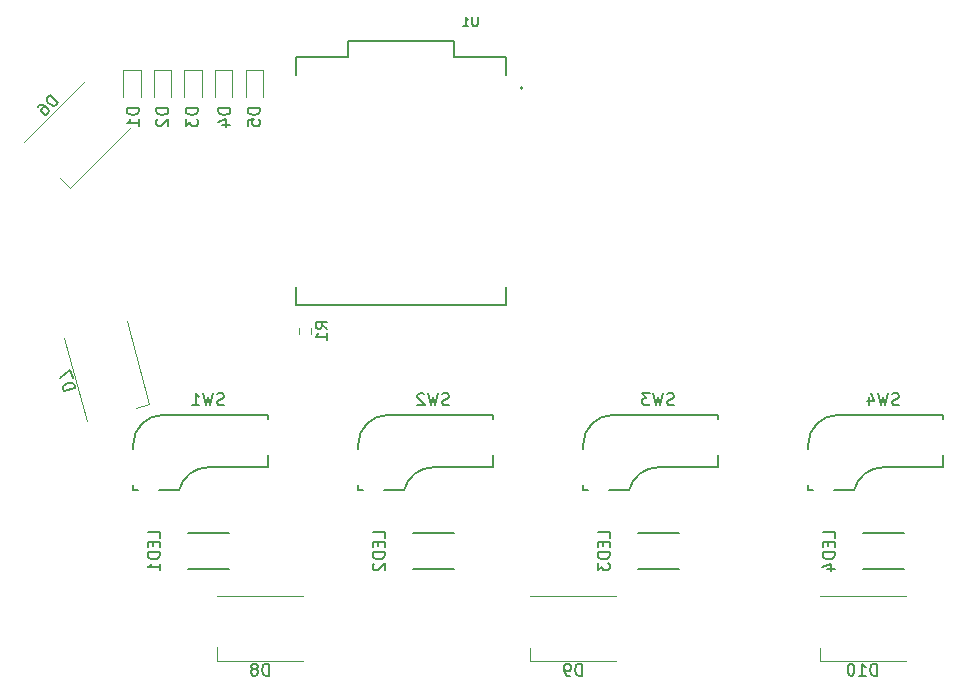
<source format=gbr>
%TF.GenerationSoftware,KiCad,Pcbnew,7.0.10*%
%TF.CreationDate,2026-02-14T23:10:39-08:00*%
%TF.ProjectId,4kemp,346b656d-702e-46b6-9963-61645f706362,rev?*%
%TF.SameCoordinates,Original*%
%TF.FileFunction,Legend,Bot*%
%TF.FilePolarity,Positive*%
%FSLAX46Y46*%
G04 Gerber Fmt 4.6, Leading zero omitted, Abs format (unit mm)*
G04 Created by KiCad (PCBNEW 7.0.10) date 2026-02-14 23:10:39*
%MOMM*%
%LPD*%
G01*
G04 APERTURE LIST*
%ADD10C,0.150000*%
%ADD11C,0.120000*%
%ADD12C,0.152400*%
%ADD13C,0.127000*%
%ADD14C,0.200000*%
G04 APERTURE END LIST*
D10*
X68924432Y-68511500D02*
X68781575Y-68559119D01*
X68781575Y-68559119D02*
X68543480Y-68559119D01*
X68543480Y-68559119D02*
X68448242Y-68511500D01*
X68448242Y-68511500D02*
X68400623Y-68463880D01*
X68400623Y-68463880D02*
X68353004Y-68368642D01*
X68353004Y-68368642D02*
X68353004Y-68273404D01*
X68353004Y-68273404D02*
X68400623Y-68178166D01*
X68400623Y-68178166D02*
X68448242Y-68130547D01*
X68448242Y-68130547D02*
X68543480Y-68082928D01*
X68543480Y-68082928D02*
X68733956Y-68035309D01*
X68733956Y-68035309D02*
X68829194Y-67987690D01*
X68829194Y-67987690D02*
X68876813Y-67940071D01*
X68876813Y-67940071D02*
X68924432Y-67844833D01*
X68924432Y-67844833D02*
X68924432Y-67749595D01*
X68924432Y-67749595D02*
X68876813Y-67654357D01*
X68876813Y-67654357D02*
X68829194Y-67606738D01*
X68829194Y-67606738D02*
X68733956Y-67559119D01*
X68733956Y-67559119D02*
X68495861Y-67559119D01*
X68495861Y-67559119D02*
X68353004Y-67606738D01*
X68019670Y-67559119D02*
X67781575Y-68559119D01*
X67781575Y-68559119D02*
X67591099Y-67844833D01*
X67591099Y-67844833D02*
X67400623Y-68559119D01*
X67400623Y-68559119D02*
X67162528Y-67559119D01*
X66829194Y-67654357D02*
X66781575Y-67606738D01*
X66781575Y-67606738D02*
X66686337Y-67559119D01*
X66686337Y-67559119D02*
X66448242Y-67559119D01*
X66448242Y-67559119D02*
X66353004Y-67606738D01*
X66353004Y-67606738D02*
X66305385Y-67654357D01*
X66305385Y-67654357D02*
X66257766Y-67749595D01*
X66257766Y-67749595D02*
X66257766Y-67844833D01*
X66257766Y-67844833D02*
X66305385Y-67987690D01*
X66305385Y-67987690D02*
X66876813Y-68559119D01*
X66876813Y-68559119D02*
X66257766Y-68559119D01*
X87974432Y-68511500D02*
X87831575Y-68559119D01*
X87831575Y-68559119D02*
X87593480Y-68559119D01*
X87593480Y-68559119D02*
X87498242Y-68511500D01*
X87498242Y-68511500D02*
X87450623Y-68463880D01*
X87450623Y-68463880D02*
X87403004Y-68368642D01*
X87403004Y-68368642D02*
X87403004Y-68273404D01*
X87403004Y-68273404D02*
X87450623Y-68178166D01*
X87450623Y-68178166D02*
X87498242Y-68130547D01*
X87498242Y-68130547D02*
X87593480Y-68082928D01*
X87593480Y-68082928D02*
X87783956Y-68035309D01*
X87783956Y-68035309D02*
X87879194Y-67987690D01*
X87879194Y-67987690D02*
X87926813Y-67940071D01*
X87926813Y-67940071D02*
X87974432Y-67844833D01*
X87974432Y-67844833D02*
X87974432Y-67749595D01*
X87974432Y-67749595D02*
X87926813Y-67654357D01*
X87926813Y-67654357D02*
X87879194Y-67606738D01*
X87879194Y-67606738D02*
X87783956Y-67559119D01*
X87783956Y-67559119D02*
X87545861Y-67559119D01*
X87545861Y-67559119D02*
X87403004Y-67606738D01*
X87069670Y-67559119D02*
X86831575Y-68559119D01*
X86831575Y-68559119D02*
X86641099Y-67844833D01*
X86641099Y-67844833D02*
X86450623Y-68559119D01*
X86450623Y-68559119D02*
X86212528Y-67559119D01*
X85926813Y-67559119D02*
X85307766Y-67559119D01*
X85307766Y-67559119D02*
X85641099Y-67940071D01*
X85641099Y-67940071D02*
X85498242Y-67940071D01*
X85498242Y-67940071D02*
X85403004Y-67987690D01*
X85403004Y-67987690D02*
X85355385Y-68035309D01*
X85355385Y-68035309D02*
X85307766Y-68130547D01*
X85307766Y-68130547D02*
X85307766Y-68368642D01*
X85307766Y-68368642D02*
X85355385Y-68463880D01*
X85355385Y-68463880D02*
X85403004Y-68511500D01*
X85403004Y-68511500D02*
X85498242Y-68559119D01*
X85498242Y-68559119D02*
X85783956Y-68559119D01*
X85783956Y-68559119D02*
X85879194Y-68511500D01*
X85879194Y-68511500D02*
X85926813Y-68463880D01*
X107024432Y-68511500D02*
X106881575Y-68559119D01*
X106881575Y-68559119D02*
X106643480Y-68559119D01*
X106643480Y-68559119D02*
X106548242Y-68511500D01*
X106548242Y-68511500D02*
X106500623Y-68463880D01*
X106500623Y-68463880D02*
X106453004Y-68368642D01*
X106453004Y-68368642D02*
X106453004Y-68273404D01*
X106453004Y-68273404D02*
X106500623Y-68178166D01*
X106500623Y-68178166D02*
X106548242Y-68130547D01*
X106548242Y-68130547D02*
X106643480Y-68082928D01*
X106643480Y-68082928D02*
X106833956Y-68035309D01*
X106833956Y-68035309D02*
X106929194Y-67987690D01*
X106929194Y-67987690D02*
X106976813Y-67940071D01*
X106976813Y-67940071D02*
X107024432Y-67844833D01*
X107024432Y-67844833D02*
X107024432Y-67749595D01*
X107024432Y-67749595D02*
X106976813Y-67654357D01*
X106976813Y-67654357D02*
X106929194Y-67606738D01*
X106929194Y-67606738D02*
X106833956Y-67559119D01*
X106833956Y-67559119D02*
X106595861Y-67559119D01*
X106595861Y-67559119D02*
X106453004Y-67606738D01*
X106119670Y-67559119D02*
X105881575Y-68559119D01*
X105881575Y-68559119D02*
X105691099Y-67844833D01*
X105691099Y-67844833D02*
X105500623Y-68559119D01*
X105500623Y-68559119D02*
X105262528Y-67559119D01*
X104453004Y-67892452D02*
X104453004Y-68559119D01*
X104691099Y-67511500D02*
X104929194Y-68225785D01*
X104929194Y-68225785D02*
X104310147Y-68225785D01*
X49874432Y-68511500D02*
X49731575Y-68559119D01*
X49731575Y-68559119D02*
X49493480Y-68559119D01*
X49493480Y-68559119D02*
X49398242Y-68511500D01*
X49398242Y-68511500D02*
X49350623Y-68463880D01*
X49350623Y-68463880D02*
X49303004Y-68368642D01*
X49303004Y-68368642D02*
X49303004Y-68273404D01*
X49303004Y-68273404D02*
X49350623Y-68178166D01*
X49350623Y-68178166D02*
X49398242Y-68130547D01*
X49398242Y-68130547D02*
X49493480Y-68082928D01*
X49493480Y-68082928D02*
X49683956Y-68035309D01*
X49683956Y-68035309D02*
X49779194Y-67987690D01*
X49779194Y-67987690D02*
X49826813Y-67940071D01*
X49826813Y-67940071D02*
X49874432Y-67844833D01*
X49874432Y-67844833D02*
X49874432Y-67749595D01*
X49874432Y-67749595D02*
X49826813Y-67654357D01*
X49826813Y-67654357D02*
X49779194Y-67606738D01*
X49779194Y-67606738D02*
X49683956Y-67559119D01*
X49683956Y-67559119D02*
X49445861Y-67559119D01*
X49445861Y-67559119D02*
X49303004Y-67606738D01*
X48969670Y-67559119D02*
X48731575Y-68559119D01*
X48731575Y-68559119D02*
X48541099Y-67844833D01*
X48541099Y-67844833D02*
X48350623Y-68559119D01*
X48350623Y-68559119D02*
X48112528Y-67559119D01*
X47207766Y-68559119D02*
X47779194Y-68559119D01*
X47493480Y-68559119D02*
X47493480Y-67559119D01*
X47493480Y-67559119D02*
X47588718Y-67701976D01*
X47588718Y-67701976D02*
X47683956Y-67797214D01*
X47683956Y-67797214D02*
X47779194Y-67844833D01*
X45155919Y-43411205D02*
X44155919Y-43411205D01*
X44155919Y-43411205D02*
X44155919Y-43649300D01*
X44155919Y-43649300D02*
X44203538Y-43792157D01*
X44203538Y-43792157D02*
X44298776Y-43887395D01*
X44298776Y-43887395D02*
X44394014Y-43935014D01*
X44394014Y-43935014D02*
X44584490Y-43982633D01*
X44584490Y-43982633D02*
X44727347Y-43982633D01*
X44727347Y-43982633D02*
X44917823Y-43935014D01*
X44917823Y-43935014D02*
X45013061Y-43887395D01*
X45013061Y-43887395D02*
X45108300Y-43792157D01*
X45108300Y-43792157D02*
X45155919Y-43649300D01*
X45155919Y-43649300D02*
X45155919Y-43411205D01*
X44251157Y-44363586D02*
X44203538Y-44411205D01*
X44203538Y-44411205D02*
X44155919Y-44506443D01*
X44155919Y-44506443D02*
X44155919Y-44744538D01*
X44155919Y-44744538D02*
X44203538Y-44839776D01*
X44203538Y-44839776D02*
X44251157Y-44887395D01*
X44251157Y-44887395D02*
X44346395Y-44935014D01*
X44346395Y-44935014D02*
X44441633Y-44935014D01*
X44441633Y-44935014D02*
X44584490Y-44887395D01*
X44584490Y-44887395D02*
X45155919Y-44315967D01*
X45155919Y-44315967D02*
X45155919Y-44935014D01*
X82522819Y-79790952D02*
X82522819Y-79314762D01*
X82522819Y-79314762D02*
X81522819Y-79314762D01*
X81999009Y-80124286D02*
X81999009Y-80457619D01*
X82522819Y-80600476D02*
X82522819Y-80124286D01*
X82522819Y-80124286D02*
X81522819Y-80124286D01*
X81522819Y-80124286D02*
X81522819Y-80600476D01*
X82522819Y-81029048D02*
X81522819Y-81029048D01*
X81522819Y-81029048D02*
X81522819Y-81267143D01*
X81522819Y-81267143D02*
X81570438Y-81410000D01*
X81570438Y-81410000D02*
X81665676Y-81505238D01*
X81665676Y-81505238D02*
X81760914Y-81552857D01*
X81760914Y-81552857D02*
X81951390Y-81600476D01*
X81951390Y-81600476D02*
X82094247Y-81600476D01*
X82094247Y-81600476D02*
X82284723Y-81552857D01*
X82284723Y-81552857D02*
X82379961Y-81505238D01*
X82379961Y-81505238D02*
X82475200Y-81410000D01*
X82475200Y-81410000D02*
X82522819Y-81267143D01*
X82522819Y-81267143D02*
X82522819Y-81029048D01*
X81522819Y-81933810D02*
X81522819Y-82552857D01*
X81522819Y-82552857D02*
X81903771Y-82219524D01*
X81903771Y-82219524D02*
X81903771Y-82362381D01*
X81903771Y-82362381D02*
X81951390Y-82457619D01*
X81951390Y-82457619D02*
X81999009Y-82505238D01*
X81999009Y-82505238D02*
X82094247Y-82552857D01*
X82094247Y-82552857D02*
X82332342Y-82552857D01*
X82332342Y-82552857D02*
X82427580Y-82505238D01*
X82427580Y-82505238D02*
X82475200Y-82457619D01*
X82475200Y-82457619D02*
X82522819Y-82362381D01*
X82522819Y-82362381D02*
X82522819Y-82076667D01*
X82522819Y-82076667D02*
X82475200Y-81981429D01*
X82475200Y-81981429D02*
X82427580Y-81933810D01*
X47655919Y-43411205D02*
X46655919Y-43411205D01*
X46655919Y-43411205D02*
X46655919Y-43649300D01*
X46655919Y-43649300D02*
X46703538Y-43792157D01*
X46703538Y-43792157D02*
X46798776Y-43887395D01*
X46798776Y-43887395D02*
X46894014Y-43935014D01*
X46894014Y-43935014D02*
X47084490Y-43982633D01*
X47084490Y-43982633D02*
X47227347Y-43982633D01*
X47227347Y-43982633D02*
X47417823Y-43935014D01*
X47417823Y-43935014D02*
X47513061Y-43887395D01*
X47513061Y-43887395D02*
X47608300Y-43792157D01*
X47608300Y-43792157D02*
X47655919Y-43649300D01*
X47655919Y-43649300D02*
X47655919Y-43411205D01*
X46655919Y-44315967D02*
X46655919Y-44935014D01*
X46655919Y-44935014D02*
X47036871Y-44601681D01*
X47036871Y-44601681D02*
X47036871Y-44744538D01*
X47036871Y-44744538D02*
X47084490Y-44839776D01*
X47084490Y-44839776D02*
X47132109Y-44887395D01*
X47132109Y-44887395D02*
X47227347Y-44935014D01*
X47227347Y-44935014D02*
X47465442Y-44935014D01*
X47465442Y-44935014D02*
X47560680Y-44887395D01*
X47560680Y-44887395D02*
X47608300Y-44839776D01*
X47608300Y-44839776D02*
X47655919Y-44744538D01*
X47655919Y-44744538D02*
X47655919Y-44458824D01*
X47655919Y-44458824D02*
X47608300Y-44363586D01*
X47608300Y-44363586D02*
X47560680Y-44315967D01*
X53689194Y-91454819D02*
X53689194Y-90454819D01*
X53689194Y-90454819D02*
X53451099Y-90454819D01*
X53451099Y-90454819D02*
X53308242Y-90502438D01*
X53308242Y-90502438D02*
X53213004Y-90597676D01*
X53213004Y-90597676D02*
X53165385Y-90692914D01*
X53165385Y-90692914D02*
X53117766Y-90883390D01*
X53117766Y-90883390D02*
X53117766Y-91026247D01*
X53117766Y-91026247D02*
X53165385Y-91216723D01*
X53165385Y-91216723D02*
X53213004Y-91311961D01*
X53213004Y-91311961D02*
X53308242Y-91407200D01*
X53308242Y-91407200D02*
X53451099Y-91454819D01*
X53451099Y-91454819D02*
X53689194Y-91454819D01*
X52546337Y-90883390D02*
X52641575Y-90835771D01*
X52641575Y-90835771D02*
X52689194Y-90788152D01*
X52689194Y-90788152D02*
X52736813Y-90692914D01*
X52736813Y-90692914D02*
X52736813Y-90645295D01*
X52736813Y-90645295D02*
X52689194Y-90550057D01*
X52689194Y-90550057D02*
X52641575Y-90502438D01*
X52641575Y-90502438D02*
X52546337Y-90454819D01*
X52546337Y-90454819D02*
X52355861Y-90454819D01*
X52355861Y-90454819D02*
X52260623Y-90502438D01*
X52260623Y-90502438D02*
X52213004Y-90550057D01*
X52213004Y-90550057D02*
X52165385Y-90645295D01*
X52165385Y-90645295D02*
X52165385Y-90692914D01*
X52165385Y-90692914D02*
X52213004Y-90788152D01*
X52213004Y-90788152D02*
X52260623Y-90835771D01*
X52260623Y-90835771D02*
X52355861Y-90883390D01*
X52355861Y-90883390D02*
X52546337Y-90883390D01*
X52546337Y-90883390D02*
X52641575Y-90931009D01*
X52641575Y-90931009D02*
X52689194Y-90978628D01*
X52689194Y-90978628D02*
X52736813Y-91073866D01*
X52736813Y-91073866D02*
X52736813Y-91264342D01*
X52736813Y-91264342D02*
X52689194Y-91359580D01*
X52689194Y-91359580D02*
X52641575Y-91407200D01*
X52641575Y-91407200D02*
X52546337Y-91454819D01*
X52546337Y-91454819D02*
X52355861Y-91454819D01*
X52355861Y-91454819D02*
X52260623Y-91407200D01*
X52260623Y-91407200D02*
X52213004Y-91359580D01*
X52213004Y-91359580D02*
X52165385Y-91264342D01*
X52165385Y-91264342D02*
X52165385Y-91073866D01*
X52165385Y-91073866D02*
X52213004Y-90978628D01*
X52213004Y-90978628D02*
X52260623Y-90931009D01*
X52260623Y-90931009D02*
X52355861Y-90883390D01*
X71358623Y-35677595D02*
X71358623Y-36325214D01*
X71358623Y-36325214D02*
X71320528Y-36401404D01*
X71320528Y-36401404D02*
X71282433Y-36439500D01*
X71282433Y-36439500D02*
X71206242Y-36477595D01*
X71206242Y-36477595D02*
X71053861Y-36477595D01*
X71053861Y-36477595D02*
X70977671Y-36439500D01*
X70977671Y-36439500D02*
X70939576Y-36401404D01*
X70939576Y-36401404D02*
X70901480Y-36325214D01*
X70901480Y-36325214D02*
X70901480Y-35677595D01*
X70101481Y-36477595D02*
X70558624Y-36477595D01*
X70330052Y-36477595D02*
X70330052Y-35677595D01*
X70330052Y-35677595D02*
X70406243Y-35791880D01*
X70406243Y-35791880D02*
X70482433Y-35868071D01*
X70482433Y-35868071D02*
X70558624Y-35906166D01*
X80189194Y-91454819D02*
X80189194Y-90454819D01*
X80189194Y-90454819D02*
X79951099Y-90454819D01*
X79951099Y-90454819D02*
X79808242Y-90502438D01*
X79808242Y-90502438D02*
X79713004Y-90597676D01*
X79713004Y-90597676D02*
X79665385Y-90692914D01*
X79665385Y-90692914D02*
X79617766Y-90883390D01*
X79617766Y-90883390D02*
X79617766Y-91026247D01*
X79617766Y-91026247D02*
X79665385Y-91216723D01*
X79665385Y-91216723D02*
X79713004Y-91311961D01*
X79713004Y-91311961D02*
X79808242Y-91407200D01*
X79808242Y-91407200D02*
X79951099Y-91454819D01*
X79951099Y-91454819D02*
X80189194Y-91454819D01*
X79141575Y-91454819D02*
X78951099Y-91454819D01*
X78951099Y-91454819D02*
X78855861Y-91407200D01*
X78855861Y-91407200D02*
X78808242Y-91359580D01*
X78808242Y-91359580D02*
X78713004Y-91216723D01*
X78713004Y-91216723D02*
X78665385Y-91026247D01*
X78665385Y-91026247D02*
X78665385Y-90645295D01*
X78665385Y-90645295D02*
X78713004Y-90550057D01*
X78713004Y-90550057D02*
X78760623Y-90502438D01*
X78760623Y-90502438D02*
X78855861Y-90454819D01*
X78855861Y-90454819D02*
X79046337Y-90454819D01*
X79046337Y-90454819D02*
X79141575Y-90502438D01*
X79141575Y-90502438D02*
X79189194Y-90550057D01*
X79189194Y-90550057D02*
X79236813Y-90645295D01*
X79236813Y-90645295D02*
X79236813Y-90883390D01*
X79236813Y-90883390D02*
X79189194Y-90978628D01*
X79189194Y-90978628D02*
X79141575Y-91026247D01*
X79141575Y-91026247D02*
X79046337Y-91073866D01*
X79046337Y-91073866D02*
X78855861Y-91073866D01*
X78855861Y-91073866D02*
X78760623Y-91026247D01*
X78760623Y-91026247D02*
X78713004Y-90978628D01*
X78713004Y-90978628D02*
X78665385Y-90883390D01*
X42655919Y-43411205D02*
X41655919Y-43411205D01*
X41655919Y-43411205D02*
X41655919Y-43649300D01*
X41655919Y-43649300D02*
X41703538Y-43792157D01*
X41703538Y-43792157D02*
X41798776Y-43887395D01*
X41798776Y-43887395D02*
X41894014Y-43935014D01*
X41894014Y-43935014D02*
X42084490Y-43982633D01*
X42084490Y-43982633D02*
X42227347Y-43982633D01*
X42227347Y-43982633D02*
X42417823Y-43935014D01*
X42417823Y-43935014D02*
X42513061Y-43887395D01*
X42513061Y-43887395D02*
X42608300Y-43792157D01*
X42608300Y-43792157D02*
X42655919Y-43649300D01*
X42655919Y-43649300D02*
X42655919Y-43411205D01*
X42655919Y-44935014D02*
X42655919Y-44363586D01*
X42655919Y-44649300D02*
X41655919Y-44649300D01*
X41655919Y-44649300D02*
X41798776Y-44554062D01*
X41798776Y-44554062D02*
X41894014Y-44458824D01*
X41894014Y-44458824D02*
X41941633Y-44363586D01*
X58634819Y-62083333D02*
X58158628Y-61750000D01*
X58634819Y-61511905D02*
X57634819Y-61511905D01*
X57634819Y-61511905D02*
X57634819Y-61892857D01*
X57634819Y-61892857D02*
X57682438Y-61988095D01*
X57682438Y-61988095D02*
X57730057Y-62035714D01*
X57730057Y-62035714D02*
X57825295Y-62083333D01*
X57825295Y-62083333D02*
X57968152Y-62083333D01*
X57968152Y-62083333D02*
X58063390Y-62035714D01*
X58063390Y-62035714D02*
X58111009Y-61988095D01*
X58111009Y-61988095D02*
X58158628Y-61892857D01*
X58158628Y-61892857D02*
X58158628Y-61511905D01*
X58634819Y-63035714D02*
X58634819Y-62464286D01*
X58634819Y-62750000D02*
X57634819Y-62750000D01*
X57634819Y-62750000D02*
X57777676Y-62654762D01*
X57777676Y-62654762D02*
X57872914Y-62559524D01*
X57872914Y-62559524D02*
X57920533Y-62464286D01*
X52905919Y-43411205D02*
X51905919Y-43411205D01*
X51905919Y-43411205D02*
X51905919Y-43649300D01*
X51905919Y-43649300D02*
X51953538Y-43792157D01*
X51953538Y-43792157D02*
X52048776Y-43887395D01*
X52048776Y-43887395D02*
X52144014Y-43935014D01*
X52144014Y-43935014D02*
X52334490Y-43982633D01*
X52334490Y-43982633D02*
X52477347Y-43982633D01*
X52477347Y-43982633D02*
X52667823Y-43935014D01*
X52667823Y-43935014D02*
X52763061Y-43887395D01*
X52763061Y-43887395D02*
X52858300Y-43792157D01*
X52858300Y-43792157D02*
X52905919Y-43649300D01*
X52905919Y-43649300D02*
X52905919Y-43411205D01*
X51905919Y-44887395D02*
X51905919Y-44411205D01*
X51905919Y-44411205D02*
X52382109Y-44363586D01*
X52382109Y-44363586D02*
X52334490Y-44411205D01*
X52334490Y-44411205D02*
X52286871Y-44506443D01*
X52286871Y-44506443D02*
X52286871Y-44744538D01*
X52286871Y-44744538D02*
X52334490Y-44839776D01*
X52334490Y-44839776D02*
X52382109Y-44887395D01*
X52382109Y-44887395D02*
X52477347Y-44935014D01*
X52477347Y-44935014D02*
X52715442Y-44935014D01*
X52715442Y-44935014D02*
X52810680Y-44887395D01*
X52810680Y-44887395D02*
X52858300Y-44839776D01*
X52858300Y-44839776D02*
X52905919Y-44744538D01*
X52905919Y-44744538D02*
X52905919Y-44506443D01*
X52905919Y-44506443D02*
X52858300Y-44411205D01*
X52858300Y-44411205D02*
X52810680Y-44363586D01*
X105165385Y-91454819D02*
X105165385Y-90454819D01*
X105165385Y-90454819D02*
X104927290Y-90454819D01*
X104927290Y-90454819D02*
X104784433Y-90502438D01*
X104784433Y-90502438D02*
X104689195Y-90597676D01*
X104689195Y-90597676D02*
X104641576Y-90692914D01*
X104641576Y-90692914D02*
X104593957Y-90883390D01*
X104593957Y-90883390D02*
X104593957Y-91026247D01*
X104593957Y-91026247D02*
X104641576Y-91216723D01*
X104641576Y-91216723D02*
X104689195Y-91311961D01*
X104689195Y-91311961D02*
X104784433Y-91407200D01*
X104784433Y-91407200D02*
X104927290Y-91454819D01*
X104927290Y-91454819D02*
X105165385Y-91454819D01*
X103641576Y-91454819D02*
X104213004Y-91454819D01*
X103927290Y-91454819D02*
X103927290Y-90454819D01*
X103927290Y-90454819D02*
X104022528Y-90597676D01*
X104022528Y-90597676D02*
X104117766Y-90692914D01*
X104117766Y-90692914D02*
X104213004Y-90740533D01*
X103022528Y-90454819D02*
X102927290Y-90454819D01*
X102927290Y-90454819D02*
X102832052Y-90502438D01*
X102832052Y-90502438D02*
X102784433Y-90550057D01*
X102784433Y-90550057D02*
X102736814Y-90645295D01*
X102736814Y-90645295D02*
X102689195Y-90835771D01*
X102689195Y-90835771D02*
X102689195Y-91073866D01*
X102689195Y-91073866D02*
X102736814Y-91264342D01*
X102736814Y-91264342D02*
X102784433Y-91359580D01*
X102784433Y-91359580D02*
X102832052Y-91407200D01*
X102832052Y-91407200D02*
X102927290Y-91454819D01*
X102927290Y-91454819D02*
X103022528Y-91454819D01*
X103022528Y-91454819D02*
X103117766Y-91407200D01*
X103117766Y-91407200D02*
X103165385Y-91359580D01*
X103165385Y-91359580D02*
X103213004Y-91264342D01*
X103213004Y-91264342D02*
X103260623Y-91073866D01*
X103260623Y-91073866D02*
X103260623Y-90835771D01*
X103260623Y-90835771D02*
X103213004Y-90645295D01*
X103213004Y-90645295D02*
X103165385Y-90550057D01*
X103165385Y-90550057D02*
X103117766Y-90502438D01*
X103117766Y-90502438D02*
X103022528Y-90454819D01*
X63472819Y-79780952D02*
X63472819Y-79304762D01*
X63472819Y-79304762D02*
X62472819Y-79304762D01*
X62949009Y-80114286D02*
X62949009Y-80447619D01*
X63472819Y-80590476D02*
X63472819Y-80114286D01*
X63472819Y-80114286D02*
X62472819Y-80114286D01*
X62472819Y-80114286D02*
X62472819Y-80590476D01*
X63472819Y-81019048D02*
X62472819Y-81019048D01*
X62472819Y-81019048D02*
X62472819Y-81257143D01*
X62472819Y-81257143D02*
X62520438Y-81400000D01*
X62520438Y-81400000D02*
X62615676Y-81495238D01*
X62615676Y-81495238D02*
X62710914Y-81542857D01*
X62710914Y-81542857D02*
X62901390Y-81590476D01*
X62901390Y-81590476D02*
X63044247Y-81590476D01*
X63044247Y-81590476D02*
X63234723Y-81542857D01*
X63234723Y-81542857D02*
X63329961Y-81495238D01*
X63329961Y-81495238D02*
X63425200Y-81400000D01*
X63425200Y-81400000D02*
X63472819Y-81257143D01*
X63472819Y-81257143D02*
X63472819Y-81019048D01*
X62568057Y-81971429D02*
X62520438Y-82019048D01*
X62520438Y-82019048D02*
X62472819Y-82114286D01*
X62472819Y-82114286D02*
X62472819Y-82352381D01*
X62472819Y-82352381D02*
X62520438Y-82447619D01*
X62520438Y-82447619D02*
X62568057Y-82495238D01*
X62568057Y-82495238D02*
X62663295Y-82542857D01*
X62663295Y-82542857D02*
X62758533Y-82542857D01*
X62758533Y-82542857D02*
X62901390Y-82495238D01*
X62901390Y-82495238D02*
X63472819Y-81923810D01*
X63472819Y-81923810D02*
X63472819Y-82542857D01*
X36322071Y-67385827D02*
X37287997Y-67127008D01*
X37287997Y-67127008D02*
X37226373Y-66897026D01*
X37226373Y-66897026D02*
X37143403Y-66771361D01*
X37143403Y-66771361D02*
X37026760Y-66704018D01*
X37026760Y-66704018D02*
X36922443Y-66682671D01*
X36922443Y-66682671D02*
X36726132Y-66685973D01*
X36726132Y-66685973D02*
X36588143Y-66722947D01*
X36588143Y-66722947D02*
X36416481Y-66818242D01*
X36416481Y-66818242D02*
X36336813Y-66888888D01*
X36336813Y-66888888D02*
X36269470Y-67005531D01*
X36269470Y-67005531D02*
X36260447Y-67155845D01*
X36260447Y-67155845D02*
X36322071Y-67385827D01*
X37053827Y-66253075D02*
X36881281Y-65609125D01*
X36881281Y-65609125D02*
X36026278Y-66281912D01*
X50405919Y-43411205D02*
X49405919Y-43411205D01*
X49405919Y-43411205D02*
X49405919Y-43649300D01*
X49405919Y-43649300D02*
X49453538Y-43792157D01*
X49453538Y-43792157D02*
X49548776Y-43887395D01*
X49548776Y-43887395D02*
X49644014Y-43935014D01*
X49644014Y-43935014D02*
X49834490Y-43982633D01*
X49834490Y-43982633D02*
X49977347Y-43982633D01*
X49977347Y-43982633D02*
X50167823Y-43935014D01*
X50167823Y-43935014D02*
X50263061Y-43887395D01*
X50263061Y-43887395D02*
X50358300Y-43792157D01*
X50358300Y-43792157D02*
X50405919Y-43649300D01*
X50405919Y-43649300D02*
X50405919Y-43411205D01*
X49739252Y-44839776D02*
X50405919Y-44839776D01*
X49358300Y-44601681D02*
X50072585Y-44363586D01*
X50072585Y-44363586D02*
X50072585Y-44982633D01*
X101572819Y-79790952D02*
X101572819Y-79314762D01*
X101572819Y-79314762D02*
X100572819Y-79314762D01*
X101049009Y-80124286D02*
X101049009Y-80457619D01*
X101572819Y-80600476D02*
X101572819Y-80124286D01*
X101572819Y-80124286D02*
X100572819Y-80124286D01*
X100572819Y-80124286D02*
X100572819Y-80600476D01*
X101572819Y-81029048D02*
X100572819Y-81029048D01*
X100572819Y-81029048D02*
X100572819Y-81267143D01*
X100572819Y-81267143D02*
X100620438Y-81410000D01*
X100620438Y-81410000D02*
X100715676Y-81505238D01*
X100715676Y-81505238D02*
X100810914Y-81552857D01*
X100810914Y-81552857D02*
X101001390Y-81600476D01*
X101001390Y-81600476D02*
X101144247Y-81600476D01*
X101144247Y-81600476D02*
X101334723Y-81552857D01*
X101334723Y-81552857D02*
X101429961Y-81505238D01*
X101429961Y-81505238D02*
X101525200Y-81410000D01*
X101525200Y-81410000D02*
X101572819Y-81267143D01*
X101572819Y-81267143D02*
X101572819Y-81029048D01*
X100906152Y-82457619D02*
X101572819Y-82457619D01*
X100525200Y-82219524D02*
X101239485Y-81981429D01*
X101239485Y-81981429D02*
X101239485Y-82600476D01*
X44422819Y-79790952D02*
X44422819Y-79314762D01*
X44422819Y-79314762D02*
X43422819Y-79314762D01*
X43899009Y-80124286D02*
X43899009Y-80457619D01*
X44422819Y-80600476D02*
X44422819Y-80124286D01*
X44422819Y-80124286D02*
X43422819Y-80124286D01*
X43422819Y-80124286D02*
X43422819Y-80600476D01*
X44422819Y-81029048D02*
X43422819Y-81029048D01*
X43422819Y-81029048D02*
X43422819Y-81267143D01*
X43422819Y-81267143D02*
X43470438Y-81410000D01*
X43470438Y-81410000D02*
X43565676Y-81505238D01*
X43565676Y-81505238D02*
X43660914Y-81552857D01*
X43660914Y-81552857D02*
X43851390Y-81600476D01*
X43851390Y-81600476D02*
X43994247Y-81600476D01*
X43994247Y-81600476D02*
X44184723Y-81552857D01*
X44184723Y-81552857D02*
X44279961Y-81505238D01*
X44279961Y-81505238D02*
X44375200Y-81410000D01*
X44375200Y-81410000D02*
X44422819Y-81267143D01*
X44422819Y-81267143D02*
X44422819Y-81029048D01*
X44422819Y-82552857D02*
X44422819Y-81981429D01*
X44422819Y-82267143D02*
X43422819Y-82267143D01*
X43422819Y-82267143D02*
X43565676Y-82171905D01*
X43565676Y-82171905D02*
X43660914Y-82076667D01*
X43660914Y-82076667D02*
X43708533Y-81981429D01*
X35819743Y-42974119D02*
X35112636Y-42267013D01*
X35112636Y-42267013D02*
X34944277Y-42435371D01*
X34944277Y-42435371D02*
X34876934Y-42570058D01*
X34876934Y-42570058D02*
X34876934Y-42704745D01*
X34876934Y-42704745D02*
X34910606Y-42805761D01*
X34910606Y-42805761D02*
X35011621Y-42974119D01*
X35011621Y-42974119D02*
X35112636Y-43075135D01*
X35112636Y-43075135D02*
X35280995Y-43176150D01*
X35280995Y-43176150D02*
X35382010Y-43209822D01*
X35382010Y-43209822D02*
X35516697Y-43209822D01*
X35516697Y-43209822D02*
X35651384Y-43142478D01*
X35651384Y-43142478D02*
X35819743Y-42974119D01*
X34102484Y-43277165D02*
X34237171Y-43142478D01*
X34237171Y-43142478D02*
X34338186Y-43108806D01*
X34338186Y-43108806D02*
X34405529Y-43108806D01*
X34405529Y-43108806D02*
X34573888Y-43142478D01*
X34573888Y-43142478D02*
X34742247Y-43243493D01*
X34742247Y-43243493D02*
X35011621Y-43512867D01*
X35011621Y-43512867D02*
X35045293Y-43613883D01*
X35045293Y-43613883D02*
X35045293Y-43681226D01*
X35045293Y-43681226D02*
X35011621Y-43782241D01*
X35011621Y-43782241D02*
X34876934Y-43916928D01*
X34876934Y-43916928D02*
X34775919Y-43950600D01*
X34775919Y-43950600D02*
X34708575Y-43950600D01*
X34708575Y-43950600D02*
X34607560Y-43916928D01*
X34607560Y-43916928D02*
X34439201Y-43748570D01*
X34439201Y-43748570D02*
X34405529Y-43647554D01*
X34405529Y-43647554D02*
X34405529Y-43580211D01*
X34405529Y-43580211D02*
X34439201Y-43479196D01*
X34439201Y-43479196D02*
X34573888Y-43344509D01*
X34573888Y-43344509D02*
X34674903Y-43310837D01*
X34674903Y-43310837D02*
X34742247Y-43310837D01*
X34742247Y-43310837D02*
X34843262Y-43344509D01*
%TO.C,SW2*%
X61241100Y-71914300D02*
X61241100Y-72295300D01*
X61241100Y-75343300D02*
X61241100Y-75724300D01*
X61622100Y-75724300D02*
X61241100Y-75724300D01*
X63781100Y-69374300D02*
X72671100Y-69374300D01*
X65126938Y-75724300D02*
X63400100Y-75724300D01*
X72671100Y-69374300D02*
X72671100Y-69755300D01*
X72671100Y-72803300D02*
X72671100Y-73819300D01*
X72671100Y-73819300D02*
X67591100Y-73819300D01*
X63781100Y-69374300D02*
G75*
G03*
X61241100Y-71914300I1J-2540001D01*
G01*
X67591100Y-73819300D02*
G75*
G03*
X65126939Y-75743260I0J-2539999D01*
G01*
%TO.C,SW3*%
X80291100Y-71914300D02*
X80291100Y-72295300D01*
X80291100Y-75343300D02*
X80291100Y-75724300D01*
X80672100Y-75724300D02*
X80291100Y-75724300D01*
X82831100Y-69374300D02*
X91721100Y-69374300D01*
X84176938Y-75724300D02*
X82450100Y-75724300D01*
X91721100Y-69374300D02*
X91721100Y-69755300D01*
X91721100Y-72803300D02*
X91721100Y-73819300D01*
X91721100Y-73819300D02*
X86641100Y-73819300D01*
X82831100Y-69374300D02*
G75*
G03*
X80291100Y-71914300I1J-2540001D01*
G01*
X86641100Y-73819300D02*
G75*
G03*
X84176939Y-75743260I0J-2539999D01*
G01*
%TO.C,SW4*%
X99341100Y-71914300D02*
X99341100Y-72295300D01*
X99341100Y-75343300D02*
X99341100Y-75724300D01*
X99722100Y-75724300D02*
X99341100Y-75724300D01*
X101881100Y-69374300D02*
X110771100Y-69374300D01*
X103226938Y-75724300D02*
X101500100Y-75724300D01*
X110771100Y-69374300D02*
X110771100Y-69755300D01*
X110771100Y-72803300D02*
X110771100Y-73819300D01*
X110771100Y-73819300D02*
X105691100Y-73819300D01*
X101881100Y-69374300D02*
G75*
G03*
X99341100Y-71914300I1J-2540001D01*
G01*
X105691100Y-73819300D02*
G75*
G03*
X103226939Y-75743260I0J-2539999D01*
G01*
%TO.C,SW1*%
X42191100Y-71914300D02*
X42191100Y-72295300D01*
X42191100Y-75343300D02*
X42191100Y-75724300D01*
X42572100Y-75724300D02*
X42191100Y-75724300D01*
X44731100Y-69374300D02*
X53621100Y-69374300D01*
X46076938Y-75724300D02*
X44350100Y-75724300D01*
X53621100Y-69374300D02*
X53621100Y-69755300D01*
X53621100Y-72803300D02*
X53621100Y-73819300D01*
X53621100Y-73819300D02*
X48541100Y-73819300D01*
X44731100Y-69374300D02*
G75*
G03*
X42191100Y-71914300I1J-2540001D01*
G01*
X48541100Y-73819300D02*
G75*
G03*
X46076939Y-75743260I0J-2539999D01*
G01*
D11*
%TO.C,D2*%
X45416100Y-40164300D02*
X45416100Y-42449300D01*
X43946100Y-40164300D02*
X45416100Y-40164300D01*
X43946100Y-42449300D02*
X43946100Y-40164300D01*
D12*
%TO.C,LED3*%
X88367200Y-79386000D02*
X84912800Y-79386000D01*
X84912800Y-82434000D02*
X88367200Y-82434000D01*
D11*
%TO.C,D3*%
X48006100Y-40164300D02*
X48006100Y-42449300D01*
X46536100Y-40164300D02*
X48006100Y-40164300D01*
X46536100Y-42449300D02*
X46536100Y-40164300D01*
%TO.C,D8*%
X56601100Y-90199300D02*
X49301100Y-90199300D01*
X56601100Y-84699300D02*
X49301100Y-84699300D01*
X49301100Y-90199300D02*
X49301100Y-89049300D01*
D13*
%TO.C,U1*%
X73751100Y-60109300D02*
X55951100Y-60109300D01*
X73751100Y-58579300D02*
X73751100Y-60109300D01*
X73751100Y-40609300D02*
X73751100Y-39109300D01*
X73751100Y-39109300D02*
X69351100Y-39109300D01*
X69351100Y-39109300D02*
X69351100Y-37709300D01*
X69351100Y-37685300D02*
X60356100Y-37685300D01*
X60351100Y-39109300D02*
X55951100Y-39109300D01*
X60351100Y-37709300D02*
X60351100Y-39109300D01*
X55951100Y-60109300D02*
X55951100Y-58579300D01*
X55951100Y-39109300D02*
X55951100Y-40609300D01*
D14*
X75180100Y-41718300D02*
G75*
G03*
X74980100Y-41718300I-100000J0D01*
G01*
X74980100Y-41718300D02*
G75*
G03*
X75180100Y-41718300I100000J0D01*
G01*
D11*
%TO.C,D9*%
X83101100Y-90249300D02*
X75801100Y-90249300D01*
X83101100Y-84749300D02*
X75801100Y-84749300D01*
X75801100Y-90249300D02*
X75801100Y-89099300D01*
%TO.C,D1*%
X42826100Y-40164300D02*
X42826100Y-42449300D01*
X41356100Y-40164300D02*
X42826100Y-40164300D01*
X41356100Y-42449300D02*
X41356100Y-40164300D01*
%TO.C,R1*%
X56227500Y-62504724D02*
X56227500Y-61995276D01*
X57272500Y-62504724D02*
X57272500Y-61995276D01*
%TO.C,D5*%
X53186100Y-40164300D02*
X53186100Y-42449300D01*
X51716100Y-40164300D02*
X53186100Y-40164300D01*
X51716100Y-42449300D02*
X51716100Y-40164300D01*
%TO.C,D10*%
X107601100Y-90249300D02*
X100301100Y-90249300D01*
X107601100Y-84749300D02*
X100301100Y-84749300D01*
X100301100Y-90249300D02*
X100301100Y-89099300D01*
D12*
%TO.C,LED2*%
X69317200Y-79376000D02*
X65862800Y-79376000D01*
X65862800Y-82424000D02*
X69317200Y-82424000D01*
D11*
%TO.C,D7*%
X41662707Y-61411918D02*
X43552086Y-68463177D01*
X36350114Y-62835423D02*
X38239493Y-69886682D01*
X43552086Y-68463177D02*
X42441271Y-68760819D01*
%TO.C,D4*%
X50596100Y-40164300D02*
X50596100Y-42449300D01*
X49126100Y-40164300D02*
X50596100Y-40164300D01*
X49126100Y-42449300D02*
X49126100Y-40164300D01*
D12*
%TO.C,LED4*%
X107417200Y-79386000D02*
X103962800Y-79386000D01*
X103962800Y-82434000D02*
X107417200Y-82434000D01*
%TO.C,LED1*%
X50267200Y-79386000D02*
X46812800Y-79386000D01*
X46812800Y-82434000D02*
X50267200Y-82434000D01*
D11*
%TO.C,D6*%
X41976583Y-45012904D02*
X36814704Y-50174783D01*
X38087496Y-41123817D02*
X32925617Y-46285696D01*
X36814704Y-50174783D02*
X36001531Y-49361611D01*
%TD*%
M02*

</source>
